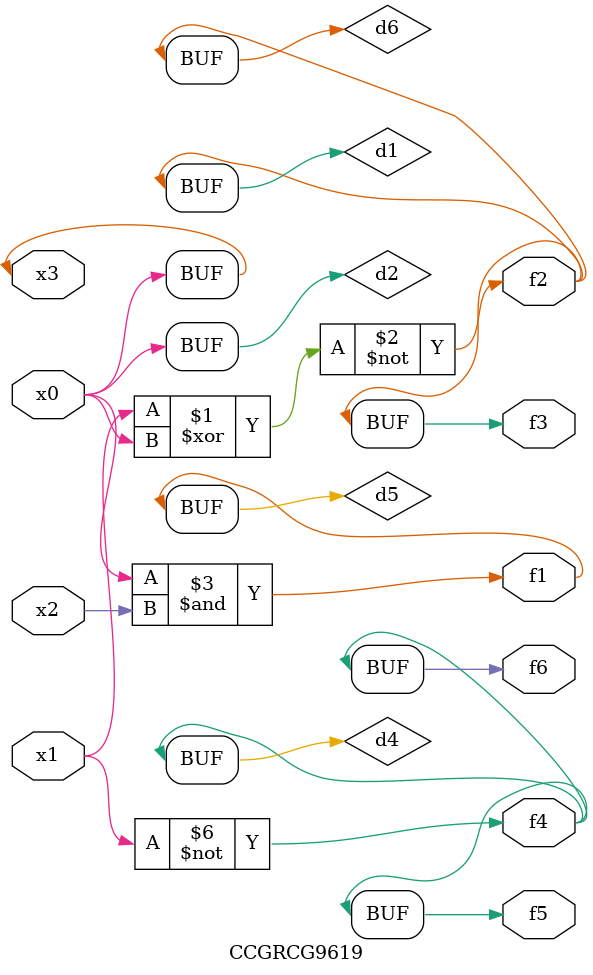
<source format=v>
module CCGRCG9619(
	input x0, x1, x2, x3,
	output f1, f2, f3, f4, f5, f6
);

	wire d1, d2, d3, d4, d5, d6;

	xnor (d1, x1, x3);
	buf (d2, x0, x3);
	nand (d3, x0, x2);
	not (d4, x1);
	nand (d5, d3);
	or (d6, d1);
	assign f1 = d5;
	assign f2 = d6;
	assign f3 = d6;
	assign f4 = d4;
	assign f5 = d4;
	assign f6 = d4;
endmodule

</source>
